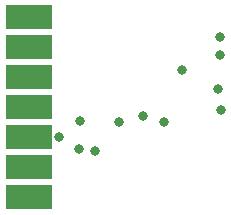
<source format=gbs>
G04 Layer_Color=8150272*
%FSLAX25Y25*%
%MOIN*%
G70*
G01*
G75*
%ADD23R,0.15800X0.08400*%
%ADD29C,0.03200*%
D23*
X112500Y477500D02*
D03*
Y467500D02*
D03*
Y457500D02*
D03*
Y447500D02*
D03*
Y437500D02*
D03*
Y427500D02*
D03*
Y417500D02*
D03*
D29*
X142500Y442500D02*
D03*
X134500Y433000D02*
D03*
X129000Y433500D02*
D03*
X129500Y443000D02*
D03*
X122500Y437500D02*
D03*
X176000Y471000D02*
D03*
Y465000D02*
D03*
X150500Y444500D02*
D03*
X157500Y442500D02*
D03*
X163500Y460000D02*
D03*
X175500Y453500D02*
D03*
X176500Y446500D02*
D03*
M02*

</source>
